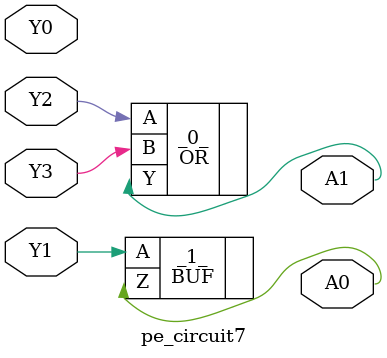
<source format=v>
/* Generated by Yosys 0.41+83 (git sha1 7045cf509, x86_64-w64-mingw32-g++ 13.2.1 -Os) */

/* cells_not_processed =  1  */
/* src = "pe_circuit7.v:1.1-13.10" */
module pe_circuit7(A0, A1, Y0, Y1, Y2, Y3);
  /* src = "pe_circuit7.v:4.8-4.10" */
  output A0;
  wire A0;
  /* src = "pe_circuit7.v:4.12-4.14" */
  output A1;
  wire A1;
  /* src = "pe_circuit7.v:3.7-3.9" */
  input Y0;
  wire Y0;
  /* src = "pe_circuit7.v:3.11-3.13" */
  input Y1;
  wire Y1;
  /* src = "pe_circuit7.v:3.15-3.17" */
  input Y2;
  wire Y2;
  /* src = "pe_circuit7.v:3.19-3.21" */
  input Y3;
  wire Y3;
  OR _0_ (
    .A(Y2),
    .B(Y3),
    .Y(A1)
  );
  BUF _1_ (
    .A(Y1),
    .Z(A0)
  );
endmodule

</source>
